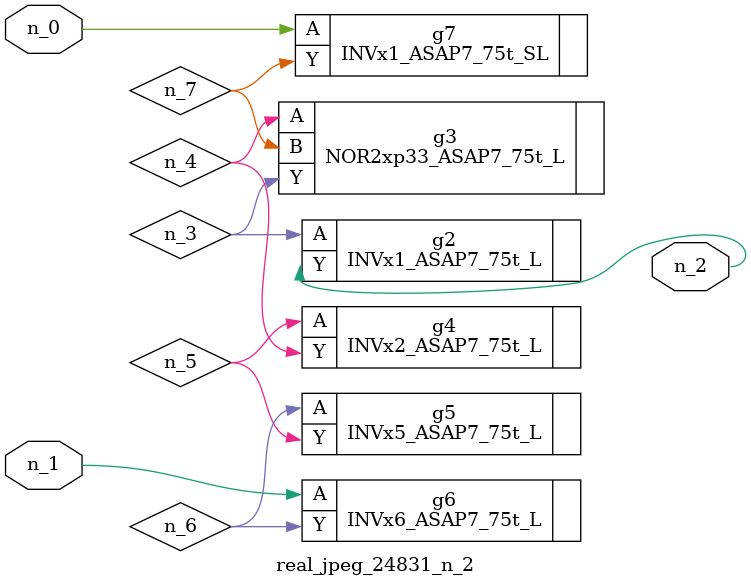
<source format=v>
module real_jpeg_24831_n_2 (n_1, n_0, n_2);

input n_1;
input n_0;

output n_2;

wire n_5;
wire n_4;
wire n_6;
wire n_7;
wire n_3;

INVx1_ASAP7_75t_SL g7 ( 
.A(n_0),
.Y(n_7)
);

INVx6_ASAP7_75t_L g6 ( 
.A(n_1),
.Y(n_6)
);

INVx1_ASAP7_75t_L g2 ( 
.A(n_3),
.Y(n_2)
);

NOR2xp33_ASAP7_75t_L g3 ( 
.A(n_4),
.B(n_7),
.Y(n_3)
);

INVx2_ASAP7_75t_L g4 ( 
.A(n_5),
.Y(n_4)
);

INVx5_ASAP7_75t_L g5 ( 
.A(n_6),
.Y(n_5)
);


endmodule
</source>
